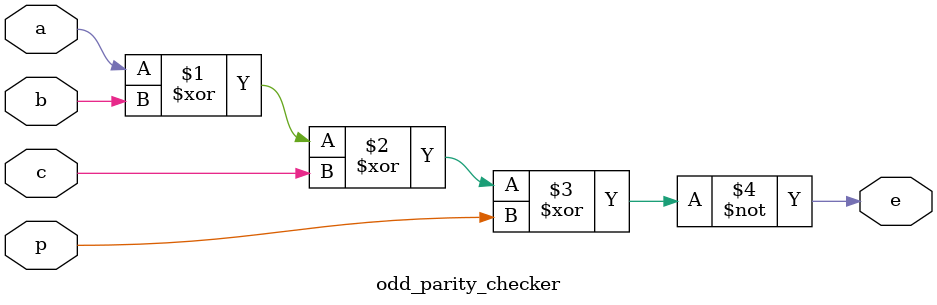
<source format=v>
module odd_parity_checker(input a,b,c,p, output e);
  assign e = ~(a^b^c^p);
endmodule

</source>
